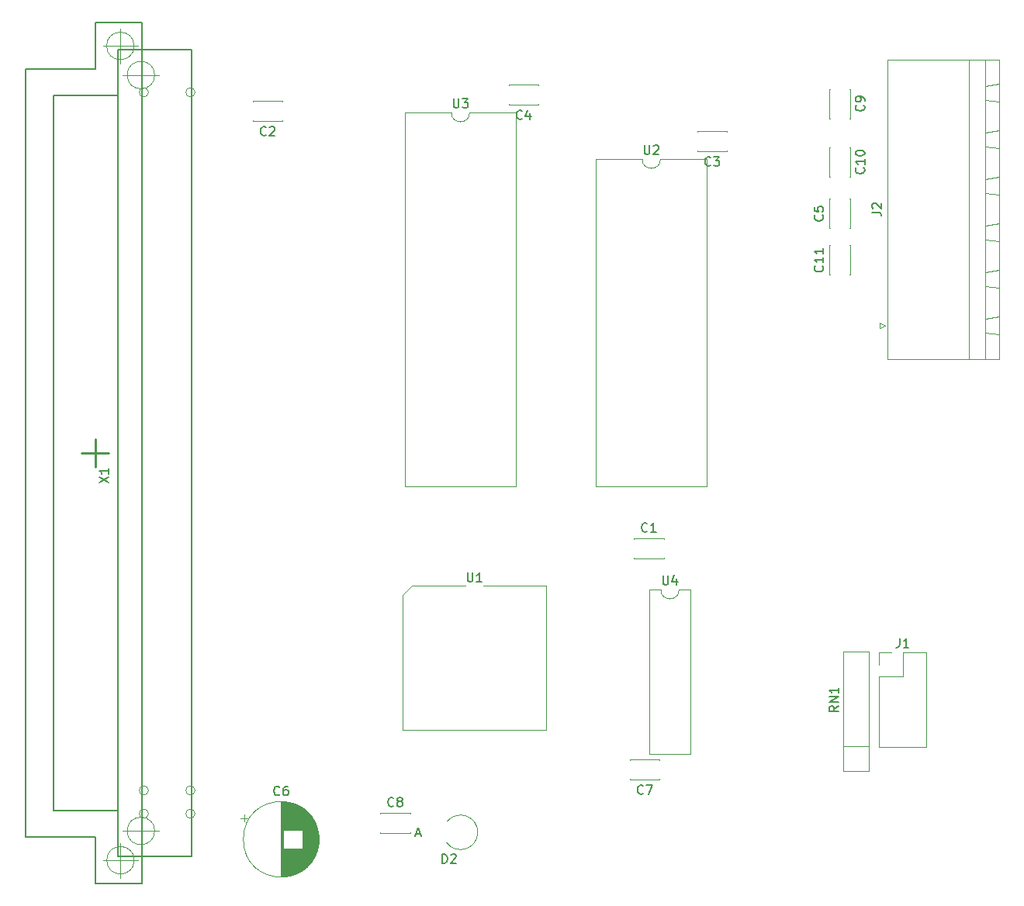
<source format=gbr>
%TF.GenerationSoftware,KiCad,Pcbnew,(5.1.10)-1*%
%TF.CreationDate,2024-12-04T14:35:01+01:00*%
%TF.ProjectId,BasicROM,42617369-6352-44f4-9d2e-6b696361645f,rev?*%
%TF.SameCoordinates,Original*%
%TF.FileFunction,Legend,Top*%
%TF.FilePolarity,Positive*%
%FSLAX46Y46*%
G04 Gerber Fmt 4.6, Leading zero omitted, Abs format (unit mm)*
G04 Created by KiCad (PCBNEW (5.1.10)-1) date 2024-12-04 14:35:01*
%MOMM*%
%LPD*%
G01*
G04 APERTURE LIST*
%ADD10C,0.120000*%
%ADD11C,0.250000*%
%ADD12C,0.100000*%
%ADD13C,0.200000*%
%ADD14C,0.150000*%
G04 APERTURE END LIST*
D10*
%TO.C,U4*%
X139938000Y-113986000D02*
G75*
G02*
X137938000Y-113986000I-1000000J0D01*
G01*
X137938000Y-113986000D02*
X136688000Y-113986000D01*
X136688000Y-113986000D02*
X136688000Y-131886000D01*
X136688000Y-131886000D02*
X141188000Y-131886000D01*
X141188000Y-131886000D02*
X141188000Y-113986000D01*
X141188000Y-113986000D02*
X139938000Y-113986000D01*
%TO.C,C7*%
X137784000Y-134724000D02*
X134544000Y-134724000D01*
X137784000Y-132484000D02*
X134544000Y-132484000D01*
X137784000Y-134724000D02*
X137784000Y-134659000D01*
X137784000Y-132549000D02*
X137784000Y-132484000D01*
X134544000Y-134724000D02*
X134544000Y-134659000D01*
X134544000Y-132549000D02*
X134544000Y-132484000D01*
%TO.C,C5*%
X156360000Y-74538000D02*
X156360000Y-71298000D01*
X158600000Y-74538000D02*
X158600000Y-71298000D01*
X156360000Y-74538000D02*
X156425000Y-74538000D01*
X158535000Y-74538000D02*
X158600000Y-74538000D01*
X156360000Y-71298000D02*
X156425000Y-71298000D01*
X158535000Y-71298000D02*
X158600000Y-71298000D01*
%TO.C,J2*%
X161841000Y-85448000D02*
X161841000Y-84848000D01*
X162441000Y-85148000D02*
X161841000Y-85448000D01*
X161841000Y-84848000D02*
X162441000Y-85148000D01*
X173361000Y-60498000D02*
X174861000Y-60748000D01*
X173361000Y-58998000D02*
X173361000Y-60498000D01*
X174861000Y-58748000D02*
X173361000Y-58998000D01*
X174861000Y-60748000D02*
X174861000Y-58748000D01*
X173361000Y-65578000D02*
X174861000Y-65828000D01*
X173361000Y-64078000D02*
X173361000Y-65578000D01*
X174861000Y-63828000D02*
X173361000Y-64078000D01*
X174861000Y-65828000D02*
X174861000Y-63828000D01*
X173361000Y-70658000D02*
X174861000Y-70908000D01*
X173361000Y-69158000D02*
X173361000Y-70658000D01*
X174861000Y-68908000D02*
X173361000Y-69158000D01*
X174861000Y-70908000D02*
X174861000Y-68908000D01*
X173361000Y-75738000D02*
X174861000Y-75988000D01*
X173361000Y-74238000D02*
X173361000Y-75738000D01*
X174861000Y-73988000D02*
X173361000Y-74238000D01*
X174861000Y-75988000D02*
X174861000Y-73988000D01*
X173361000Y-80818000D02*
X174861000Y-81068000D01*
X173361000Y-79318000D02*
X173361000Y-80818000D01*
X174861000Y-79068000D02*
X173361000Y-79318000D01*
X174861000Y-81068000D02*
X174861000Y-79068000D01*
X173361000Y-85898000D02*
X174861000Y-86148000D01*
X173361000Y-84398000D02*
X173361000Y-85898000D01*
X174861000Y-84148000D02*
X173361000Y-84398000D01*
X174861000Y-86148000D02*
X174861000Y-84148000D01*
X173361000Y-56098000D02*
X173361000Y-88798000D01*
X171561000Y-56098000D02*
X173361000Y-56098000D01*
X171561000Y-88798000D02*
X171561000Y-56098000D01*
X173361000Y-88798000D02*
X171561000Y-88798000D01*
X162641000Y-56098000D02*
X162641000Y-88798000D01*
X174861000Y-56098000D02*
X162641000Y-56098000D01*
X174861000Y-88798000D02*
X174861000Y-56098000D01*
X162641000Y-88798000D02*
X174861000Y-88798000D01*
%TO.C,C11*%
X158535000Y-76378000D02*
X158600000Y-76378000D01*
X156360000Y-76378000D02*
X156425000Y-76378000D01*
X158535000Y-79618000D02*
X158600000Y-79618000D01*
X156360000Y-79618000D02*
X156425000Y-79618000D01*
X158600000Y-79618000D02*
X158600000Y-76378000D01*
X156360000Y-79618000D02*
X156360000Y-76378000D01*
%TO.C,C10*%
X156425000Y-68910000D02*
X156360000Y-68910000D01*
X158600000Y-68910000D02*
X158535000Y-68910000D01*
X156425000Y-65670000D02*
X156360000Y-65670000D01*
X158600000Y-65670000D02*
X158535000Y-65670000D01*
X156360000Y-65670000D02*
X156360000Y-68910000D01*
X158600000Y-65670000D02*
X158600000Y-68910000D01*
%TO.C,C9*%
X156425000Y-62560000D02*
X156360000Y-62560000D01*
X158600000Y-62560000D02*
X158535000Y-62560000D01*
X156425000Y-59320000D02*
X156360000Y-59320000D01*
X158600000Y-59320000D02*
X158535000Y-59320000D01*
X156360000Y-59320000D02*
X156360000Y-62560000D01*
X158600000Y-59320000D02*
X158600000Y-62560000D01*
%TO.C,U1*%
X125452000Y-113562000D02*
X118602000Y-113562000D01*
X125452000Y-129262000D02*
X125452000Y-113562000D01*
X109752000Y-129262000D02*
X125452000Y-129262000D01*
X109752000Y-114562000D02*
X109752000Y-129262000D01*
X110752000Y-113562000D02*
X109752000Y-114562000D01*
X116602000Y-113562000D02*
X110752000Y-113562000D01*
%TO.C,C3*%
X145150000Y-66144000D02*
X141910000Y-66144000D01*
X145150000Y-63904000D02*
X141910000Y-63904000D01*
X145150000Y-66144000D02*
X145150000Y-66079000D01*
X145150000Y-63969000D02*
X145150000Y-63904000D01*
X141910000Y-66144000D02*
X141910000Y-66079000D01*
X141910000Y-63969000D02*
X141910000Y-63904000D01*
%TO.C,U3*%
X115078000Y-61916000D02*
X110018000Y-61916000D01*
X110018000Y-61916000D02*
X110018000Y-102676000D01*
X110018000Y-102676000D02*
X122138000Y-102676000D01*
X122138000Y-102676000D02*
X122138000Y-61916000D01*
X122138000Y-61916000D02*
X117078000Y-61916000D01*
X117078000Y-61916000D02*
G75*
G02*
X115078000Y-61916000I-1000000J0D01*
G01*
%TO.C,U2*%
X135906000Y-66996000D02*
X130846000Y-66996000D01*
X130846000Y-66996000D02*
X130846000Y-102676000D01*
X130846000Y-102676000D02*
X142966000Y-102676000D01*
X142966000Y-102676000D02*
X142966000Y-66996000D01*
X142966000Y-66996000D02*
X137906000Y-66996000D01*
X137906000Y-66996000D02*
G75*
G02*
X135906000Y-66996000I-1000000J0D01*
G01*
%TO.C,RN1*%
X157858000Y-133774000D02*
X160658000Y-133774000D01*
X160658000Y-133774000D02*
X160658000Y-120734000D01*
X160658000Y-120734000D02*
X157858000Y-120734000D01*
X157858000Y-120734000D02*
X157858000Y-133774000D01*
X157858000Y-131064000D02*
X160658000Y-131064000D01*
%TO.C,J1*%
X161738000Y-131124000D02*
X166938000Y-131124000D01*
X161738000Y-123444000D02*
X161738000Y-131124000D01*
X166938000Y-120844000D02*
X166938000Y-131124000D01*
X161738000Y-123444000D02*
X164338000Y-123444000D01*
X164338000Y-123444000D02*
X164338000Y-120844000D01*
X164338000Y-120844000D02*
X166938000Y-120844000D01*
X161738000Y-122174000D02*
X161738000Y-120844000D01*
X161738000Y-120844000D02*
X163068000Y-120844000D01*
%TO.C,D2*%
X114621629Y-139267268D02*
G75*
G02*
X114563404Y-141582000I1456371J-1194732D01*
G01*
%TO.C,C8*%
X107326000Y-138326000D02*
X110566000Y-138326000D01*
X107326000Y-140566000D02*
X110566000Y-140566000D01*
X107326000Y-138326000D02*
X107326000Y-138391000D01*
X107326000Y-140501000D02*
X107326000Y-140566000D01*
X110566000Y-138326000D02*
X110566000Y-138391000D01*
X110566000Y-140501000D02*
X110566000Y-140566000D01*
%TO.C,C6*%
X100620000Y-141224000D02*
G75*
G03*
X100620000Y-141224000I-4120000J0D01*
G01*
X96500000Y-137144000D02*
X96500000Y-145304000D01*
X96540000Y-137144000D02*
X96540000Y-145304000D01*
X96580000Y-137144000D02*
X96580000Y-145304000D01*
X96620000Y-137145000D02*
X96620000Y-145303000D01*
X96660000Y-137147000D02*
X96660000Y-145301000D01*
X96700000Y-137148000D02*
X96700000Y-145300000D01*
X96740000Y-137150000D02*
X96740000Y-140184000D01*
X96740000Y-142264000D02*
X96740000Y-145298000D01*
X96780000Y-137153000D02*
X96780000Y-140184000D01*
X96780000Y-142264000D02*
X96780000Y-145295000D01*
X96820000Y-137156000D02*
X96820000Y-140184000D01*
X96820000Y-142264000D02*
X96820000Y-145292000D01*
X96860000Y-137159000D02*
X96860000Y-140184000D01*
X96860000Y-142264000D02*
X96860000Y-145289000D01*
X96900000Y-137163000D02*
X96900000Y-140184000D01*
X96900000Y-142264000D02*
X96900000Y-145285000D01*
X96940000Y-137167000D02*
X96940000Y-140184000D01*
X96940000Y-142264000D02*
X96940000Y-145281000D01*
X96980000Y-137172000D02*
X96980000Y-140184000D01*
X96980000Y-142264000D02*
X96980000Y-145276000D01*
X97020000Y-137176000D02*
X97020000Y-140184000D01*
X97020000Y-142264000D02*
X97020000Y-145272000D01*
X97060000Y-137182000D02*
X97060000Y-140184000D01*
X97060000Y-142264000D02*
X97060000Y-145266000D01*
X97100000Y-137187000D02*
X97100000Y-140184000D01*
X97100000Y-142264000D02*
X97100000Y-145261000D01*
X97140000Y-137194000D02*
X97140000Y-140184000D01*
X97140000Y-142264000D02*
X97140000Y-145254000D01*
X97180000Y-137200000D02*
X97180000Y-140184000D01*
X97180000Y-142264000D02*
X97180000Y-145248000D01*
X97221000Y-137207000D02*
X97221000Y-140184000D01*
X97221000Y-142264000D02*
X97221000Y-145241000D01*
X97261000Y-137214000D02*
X97261000Y-140184000D01*
X97261000Y-142264000D02*
X97261000Y-145234000D01*
X97301000Y-137222000D02*
X97301000Y-140184000D01*
X97301000Y-142264000D02*
X97301000Y-145226000D01*
X97341000Y-137230000D02*
X97341000Y-140184000D01*
X97341000Y-142264000D02*
X97341000Y-145218000D01*
X97381000Y-137239000D02*
X97381000Y-140184000D01*
X97381000Y-142264000D02*
X97381000Y-145209000D01*
X97421000Y-137248000D02*
X97421000Y-140184000D01*
X97421000Y-142264000D02*
X97421000Y-145200000D01*
X97461000Y-137257000D02*
X97461000Y-140184000D01*
X97461000Y-142264000D02*
X97461000Y-145191000D01*
X97501000Y-137267000D02*
X97501000Y-140184000D01*
X97501000Y-142264000D02*
X97501000Y-145181000D01*
X97541000Y-137277000D02*
X97541000Y-140184000D01*
X97541000Y-142264000D02*
X97541000Y-145171000D01*
X97581000Y-137288000D02*
X97581000Y-140184000D01*
X97581000Y-142264000D02*
X97581000Y-145160000D01*
X97621000Y-137299000D02*
X97621000Y-140184000D01*
X97621000Y-142264000D02*
X97621000Y-145149000D01*
X97661000Y-137310000D02*
X97661000Y-140184000D01*
X97661000Y-142264000D02*
X97661000Y-145138000D01*
X97701000Y-137322000D02*
X97701000Y-140184000D01*
X97701000Y-142264000D02*
X97701000Y-145126000D01*
X97741000Y-137335000D02*
X97741000Y-140184000D01*
X97741000Y-142264000D02*
X97741000Y-145113000D01*
X97781000Y-137347000D02*
X97781000Y-140184000D01*
X97781000Y-142264000D02*
X97781000Y-145101000D01*
X97821000Y-137361000D02*
X97821000Y-140184000D01*
X97821000Y-142264000D02*
X97821000Y-145087000D01*
X97861000Y-137374000D02*
X97861000Y-140184000D01*
X97861000Y-142264000D02*
X97861000Y-145074000D01*
X97901000Y-137389000D02*
X97901000Y-140184000D01*
X97901000Y-142264000D02*
X97901000Y-145059000D01*
X97941000Y-137403000D02*
X97941000Y-140184000D01*
X97941000Y-142264000D02*
X97941000Y-145045000D01*
X97981000Y-137419000D02*
X97981000Y-140184000D01*
X97981000Y-142264000D02*
X97981000Y-145029000D01*
X98021000Y-137434000D02*
X98021000Y-140184000D01*
X98021000Y-142264000D02*
X98021000Y-145014000D01*
X98061000Y-137450000D02*
X98061000Y-140184000D01*
X98061000Y-142264000D02*
X98061000Y-144998000D01*
X98101000Y-137467000D02*
X98101000Y-140184000D01*
X98101000Y-142264000D02*
X98101000Y-144981000D01*
X98141000Y-137484000D02*
X98141000Y-140184000D01*
X98141000Y-142264000D02*
X98141000Y-144964000D01*
X98181000Y-137502000D02*
X98181000Y-140184000D01*
X98181000Y-142264000D02*
X98181000Y-144946000D01*
X98221000Y-137520000D02*
X98221000Y-140184000D01*
X98221000Y-142264000D02*
X98221000Y-144928000D01*
X98261000Y-137538000D02*
X98261000Y-140184000D01*
X98261000Y-142264000D02*
X98261000Y-144910000D01*
X98301000Y-137558000D02*
X98301000Y-140184000D01*
X98301000Y-142264000D02*
X98301000Y-144890000D01*
X98341000Y-137577000D02*
X98341000Y-140184000D01*
X98341000Y-142264000D02*
X98341000Y-144871000D01*
X98381000Y-137597000D02*
X98381000Y-140184000D01*
X98381000Y-142264000D02*
X98381000Y-144851000D01*
X98421000Y-137618000D02*
X98421000Y-140184000D01*
X98421000Y-142264000D02*
X98421000Y-144830000D01*
X98461000Y-137640000D02*
X98461000Y-140184000D01*
X98461000Y-142264000D02*
X98461000Y-144808000D01*
X98501000Y-137662000D02*
X98501000Y-140184000D01*
X98501000Y-142264000D02*
X98501000Y-144786000D01*
X98541000Y-137684000D02*
X98541000Y-140184000D01*
X98541000Y-142264000D02*
X98541000Y-144764000D01*
X98581000Y-137707000D02*
X98581000Y-140184000D01*
X98581000Y-142264000D02*
X98581000Y-144741000D01*
X98621000Y-137731000D02*
X98621000Y-140184000D01*
X98621000Y-142264000D02*
X98621000Y-144717000D01*
X98661000Y-137755000D02*
X98661000Y-140184000D01*
X98661000Y-142264000D02*
X98661000Y-144693000D01*
X98701000Y-137780000D02*
X98701000Y-140184000D01*
X98701000Y-142264000D02*
X98701000Y-144668000D01*
X98741000Y-137806000D02*
X98741000Y-140184000D01*
X98741000Y-142264000D02*
X98741000Y-144642000D01*
X98781000Y-137832000D02*
X98781000Y-140184000D01*
X98781000Y-142264000D02*
X98781000Y-144616000D01*
X98821000Y-137859000D02*
X98821000Y-144589000D01*
X98861000Y-137886000D02*
X98861000Y-144562000D01*
X98901000Y-137915000D02*
X98901000Y-144533000D01*
X98941000Y-137944000D02*
X98941000Y-144504000D01*
X98981000Y-137974000D02*
X98981000Y-144474000D01*
X99021000Y-138004000D02*
X99021000Y-144444000D01*
X99061000Y-138035000D02*
X99061000Y-144413000D01*
X99101000Y-138068000D02*
X99101000Y-144380000D01*
X99141000Y-138100000D02*
X99141000Y-144348000D01*
X99181000Y-138134000D02*
X99181000Y-144314000D01*
X99221000Y-138169000D02*
X99221000Y-144279000D01*
X99261000Y-138205000D02*
X99261000Y-144243000D01*
X99301000Y-138241000D02*
X99301000Y-144207000D01*
X99341000Y-138279000D02*
X99341000Y-144169000D01*
X99381000Y-138317000D02*
X99381000Y-144131000D01*
X99421000Y-138357000D02*
X99421000Y-144091000D01*
X99461000Y-138398000D02*
X99461000Y-144050000D01*
X99501000Y-138440000D02*
X99501000Y-144008000D01*
X99541000Y-138483000D02*
X99541000Y-143965000D01*
X99581000Y-138527000D02*
X99581000Y-143921000D01*
X99621000Y-138573000D02*
X99621000Y-143875000D01*
X99661000Y-138620000D02*
X99661000Y-143828000D01*
X99701000Y-138668000D02*
X99701000Y-143780000D01*
X99741000Y-138719000D02*
X99741000Y-143729000D01*
X99781000Y-138770000D02*
X99781000Y-143678000D01*
X99821000Y-138824000D02*
X99821000Y-143624000D01*
X99861000Y-138879000D02*
X99861000Y-143569000D01*
X99901000Y-138937000D02*
X99901000Y-143511000D01*
X99941000Y-138996000D02*
X99941000Y-143452000D01*
X99981000Y-139058000D02*
X99981000Y-143390000D01*
X100021000Y-139122000D02*
X100021000Y-143326000D01*
X100061000Y-139190000D02*
X100061000Y-143258000D01*
X100101000Y-139260000D02*
X100101000Y-143188000D01*
X100141000Y-139334000D02*
X100141000Y-143114000D01*
X100181000Y-139411000D02*
X100181000Y-143037000D01*
X100221000Y-139493000D02*
X100221000Y-142955000D01*
X100261000Y-139579000D02*
X100261000Y-142869000D01*
X100301000Y-139672000D02*
X100301000Y-142776000D01*
X100341000Y-139771000D02*
X100341000Y-142677000D01*
X100381000Y-139878000D02*
X100381000Y-142570000D01*
X100421000Y-139995000D02*
X100421000Y-142453000D01*
X100461000Y-140126000D02*
X100461000Y-142322000D01*
X100501000Y-140276000D02*
X100501000Y-142172000D01*
X100541000Y-140456000D02*
X100541000Y-141992000D01*
X100581000Y-140691000D02*
X100581000Y-141757000D01*
X92090302Y-138909000D02*
X92890302Y-138909000D01*
X92490302Y-138509000D02*
X92490302Y-139309000D01*
%TO.C,C4*%
X124576000Y-61064000D02*
X121336000Y-61064000D01*
X124576000Y-58824000D02*
X121336000Y-58824000D01*
X124576000Y-61064000D02*
X124576000Y-60999000D01*
X124576000Y-58889000D02*
X124576000Y-58824000D01*
X121336000Y-61064000D02*
X121336000Y-60999000D01*
X121336000Y-58889000D02*
X121336000Y-58824000D01*
%TO.C,C2*%
X96636000Y-62842000D02*
X93396000Y-62842000D01*
X96636000Y-60602000D02*
X93396000Y-60602000D01*
X96636000Y-62842000D02*
X96636000Y-62777000D01*
X96636000Y-60667000D02*
X96636000Y-60602000D01*
X93396000Y-62842000D02*
X93396000Y-62777000D01*
X93396000Y-60667000D02*
X93396000Y-60602000D01*
%TO.C,C1*%
X135012000Y-108354000D02*
X138252000Y-108354000D01*
X135012000Y-110594000D02*
X138252000Y-110594000D01*
X135012000Y-108354000D02*
X135012000Y-108419000D01*
X135012000Y-110529000D02*
X135012000Y-110594000D01*
X138252000Y-108354000D02*
X138252000Y-108419000D01*
X138252000Y-110529000D02*
X138252000Y-110594000D01*
D11*
%TO.C,X1*%
X76200000Y-97560000D02*
X76200000Y-100560000D01*
X77700000Y-99060000D02*
X74700000Y-99060000D01*
D12*
X81200000Y-138310000D02*
X81200000Y-142310000D01*
X83200000Y-140310000D02*
X79200000Y-140310000D01*
X82700000Y-140310000D02*
G75*
G03*
X82700000Y-140310000I-1500000J0D01*
G01*
X81200000Y-55810000D02*
X81200000Y-59810000D01*
X83200000Y-57810000D02*
X79200000Y-57810000D01*
X82700000Y-57810000D02*
G75*
G03*
X82700000Y-57810000I-1500000J0D01*
G01*
D13*
X71700000Y-60060000D02*
X78700000Y-60060000D01*
X71700000Y-138060000D02*
X71700000Y-60060000D01*
X78700000Y-138060000D02*
X71700000Y-138060000D01*
X86700000Y-143060000D02*
X78700000Y-143060000D01*
X86700000Y-55060000D02*
X86700000Y-143060000D01*
X78700000Y-55060000D02*
X86700000Y-55060000D01*
X78700000Y-55060000D02*
X78700000Y-143060000D01*
D12*
X87088600Y-138430000D02*
G75*
G03*
X87088600Y-138430000I-500000J0D01*
G01*
X87088600Y-135890000D02*
G75*
G03*
X87088600Y-135890000I-500000J0D01*
G01*
X87088600Y-59690000D02*
G75*
G03*
X87088600Y-59690000I-500000J0D01*
G01*
X82008600Y-138430000D02*
G75*
G03*
X82008600Y-138430000I-500000J0D01*
G01*
X82008600Y-135890000D02*
G75*
G03*
X82008600Y-135890000I-500000J0D01*
G01*
X82008600Y-59690000D02*
G75*
G03*
X82008600Y-59690000I-500000J0D01*
G01*
X80468600Y-143510000D02*
G75*
G03*
X80468600Y-143510000I-1500000J0D01*
G01*
X80873600Y-143510000D02*
X77063600Y-143510000D01*
X78968600Y-141605000D02*
X78968600Y-145415000D01*
X80860900Y-54622700D02*
X77050900Y-54622700D01*
X78955900Y-52717700D02*
X78955900Y-56527700D01*
X80455900Y-54622700D02*
G75*
G03*
X80455900Y-54622700I-1500000J0D01*
G01*
D13*
X81280000Y-52070000D02*
X76200000Y-52070000D01*
X76200000Y-57150000D02*
X68580000Y-57150000D01*
X76200000Y-52070000D02*
X76200000Y-57150000D01*
X76200000Y-146050000D02*
X81280000Y-146050000D01*
X76200000Y-140970000D02*
X76200000Y-146050000D01*
X68580000Y-140970000D02*
X76200000Y-140970000D01*
X68580000Y-57150000D02*
X68580000Y-140970000D01*
X81280000Y-146050000D02*
X81280000Y-52070000D01*
%TO.C,U4*%
D14*
X138176095Y-112438380D02*
X138176095Y-113247904D01*
X138223714Y-113343142D01*
X138271333Y-113390761D01*
X138366571Y-113438380D01*
X138557047Y-113438380D01*
X138652285Y-113390761D01*
X138699904Y-113343142D01*
X138747523Y-113247904D01*
X138747523Y-112438380D01*
X139652285Y-112771714D02*
X139652285Y-113438380D01*
X139414190Y-112390761D02*
X139176095Y-113105047D01*
X139795142Y-113105047D01*
%TO.C,C7*%
X135997333Y-136211142D02*
X135949714Y-136258761D01*
X135806857Y-136306380D01*
X135711619Y-136306380D01*
X135568761Y-136258761D01*
X135473523Y-136163523D01*
X135425904Y-136068285D01*
X135378285Y-135877809D01*
X135378285Y-135734952D01*
X135425904Y-135544476D01*
X135473523Y-135449238D01*
X135568761Y-135354000D01*
X135711619Y-135306380D01*
X135806857Y-135306380D01*
X135949714Y-135354000D01*
X135997333Y-135401619D01*
X136330666Y-135306380D02*
X136997333Y-135306380D01*
X136568761Y-136306380D01*
%TO.C,C5*%
X155587142Y-73084666D02*
X155634761Y-73132285D01*
X155682380Y-73275142D01*
X155682380Y-73370380D01*
X155634761Y-73513238D01*
X155539523Y-73608476D01*
X155444285Y-73656095D01*
X155253809Y-73703714D01*
X155110952Y-73703714D01*
X154920476Y-73656095D01*
X154825238Y-73608476D01*
X154730000Y-73513238D01*
X154682380Y-73370380D01*
X154682380Y-73275142D01*
X154730000Y-73132285D01*
X154777619Y-73084666D01*
X154682380Y-72179904D02*
X154682380Y-72656095D01*
X155158571Y-72703714D01*
X155110952Y-72656095D01*
X155063333Y-72560857D01*
X155063333Y-72322761D01*
X155110952Y-72227523D01*
X155158571Y-72179904D01*
X155253809Y-72132285D01*
X155491904Y-72132285D01*
X155587142Y-72179904D01*
X155634761Y-72227523D01*
X155682380Y-72322761D01*
X155682380Y-72560857D01*
X155634761Y-72656095D01*
X155587142Y-72703714D01*
%TO.C,J2*%
X161003380Y-72781333D02*
X161717666Y-72781333D01*
X161860523Y-72828952D01*
X161955761Y-72924190D01*
X162003380Y-73067047D01*
X162003380Y-73162285D01*
X161098619Y-72352761D02*
X161051000Y-72305142D01*
X161003380Y-72209904D01*
X161003380Y-71971809D01*
X161051000Y-71876571D01*
X161098619Y-71828952D01*
X161193857Y-71781333D01*
X161289095Y-71781333D01*
X161431952Y-71828952D01*
X162003380Y-72400380D01*
X162003380Y-71781333D01*
%TO.C,C11*%
X155587142Y-78640857D02*
X155634761Y-78688476D01*
X155682380Y-78831333D01*
X155682380Y-78926571D01*
X155634761Y-79069428D01*
X155539523Y-79164666D01*
X155444285Y-79212285D01*
X155253809Y-79259904D01*
X155110952Y-79259904D01*
X154920476Y-79212285D01*
X154825238Y-79164666D01*
X154730000Y-79069428D01*
X154682380Y-78926571D01*
X154682380Y-78831333D01*
X154730000Y-78688476D01*
X154777619Y-78640857D01*
X155682380Y-77688476D02*
X155682380Y-78259904D01*
X155682380Y-77974190D02*
X154682380Y-77974190D01*
X154825238Y-78069428D01*
X154920476Y-78164666D01*
X154968095Y-78259904D01*
X155682380Y-76736095D02*
X155682380Y-77307523D01*
X155682380Y-77021809D02*
X154682380Y-77021809D01*
X154825238Y-77117047D01*
X154920476Y-77212285D01*
X154968095Y-77307523D01*
%TO.C,C10*%
X160087142Y-67932857D02*
X160134761Y-67980476D01*
X160182380Y-68123333D01*
X160182380Y-68218571D01*
X160134761Y-68361428D01*
X160039523Y-68456666D01*
X159944285Y-68504285D01*
X159753809Y-68551904D01*
X159610952Y-68551904D01*
X159420476Y-68504285D01*
X159325238Y-68456666D01*
X159230000Y-68361428D01*
X159182380Y-68218571D01*
X159182380Y-68123333D01*
X159230000Y-67980476D01*
X159277619Y-67932857D01*
X160182380Y-66980476D02*
X160182380Y-67551904D01*
X160182380Y-67266190D02*
X159182380Y-67266190D01*
X159325238Y-67361428D01*
X159420476Y-67456666D01*
X159468095Y-67551904D01*
X159182380Y-66361428D02*
X159182380Y-66266190D01*
X159230000Y-66170952D01*
X159277619Y-66123333D01*
X159372857Y-66075714D01*
X159563333Y-66028095D01*
X159801428Y-66028095D01*
X159991904Y-66075714D01*
X160087142Y-66123333D01*
X160134761Y-66170952D01*
X160182380Y-66266190D01*
X160182380Y-66361428D01*
X160134761Y-66456666D01*
X160087142Y-66504285D01*
X159991904Y-66551904D01*
X159801428Y-66599523D01*
X159563333Y-66599523D01*
X159372857Y-66551904D01*
X159277619Y-66504285D01*
X159230000Y-66456666D01*
X159182380Y-66361428D01*
%TO.C,C9*%
X160087142Y-61106666D02*
X160134761Y-61154285D01*
X160182380Y-61297142D01*
X160182380Y-61392380D01*
X160134761Y-61535238D01*
X160039523Y-61630476D01*
X159944285Y-61678095D01*
X159753809Y-61725714D01*
X159610952Y-61725714D01*
X159420476Y-61678095D01*
X159325238Y-61630476D01*
X159230000Y-61535238D01*
X159182380Y-61392380D01*
X159182380Y-61297142D01*
X159230000Y-61154285D01*
X159277619Y-61106666D01*
X160182380Y-60630476D02*
X160182380Y-60440000D01*
X160134761Y-60344761D01*
X160087142Y-60297142D01*
X159944285Y-60201904D01*
X159753809Y-60154285D01*
X159372857Y-60154285D01*
X159277619Y-60201904D01*
X159230000Y-60249523D01*
X159182380Y-60344761D01*
X159182380Y-60535238D01*
X159230000Y-60630476D01*
X159277619Y-60678095D01*
X159372857Y-60725714D01*
X159610952Y-60725714D01*
X159706190Y-60678095D01*
X159753809Y-60630476D01*
X159801428Y-60535238D01*
X159801428Y-60344761D01*
X159753809Y-60249523D01*
X159706190Y-60201904D01*
X159610952Y-60154285D01*
%TO.C,U1*%
X116840095Y-112114380D02*
X116840095Y-112923904D01*
X116887714Y-113019142D01*
X116935333Y-113066761D01*
X117030571Y-113114380D01*
X117221047Y-113114380D01*
X117316285Y-113066761D01*
X117363904Y-113019142D01*
X117411523Y-112923904D01*
X117411523Y-112114380D01*
X118411523Y-113114380D02*
X117840095Y-113114380D01*
X118125809Y-113114380D02*
X118125809Y-112114380D01*
X118030571Y-112257238D01*
X117935333Y-112352476D01*
X117840095Y-112400095D01*
%TO.C,C3*%
X143363333Y-67631142D02*
X143315714Y-67678761D01*
X143172857Y-67726380D01*
X143077619Y-67726380D01*
X142934761Y-67678761D01*
X142839523Y-67583523D01*
X142791904Y-67488285D01*
X142744285Y-67297809D01*
X142744285Y-67154952D01*
X142791904Y-66964476D01*
X142839523Y-66869238D01*
X142934761Y-66774000D01*
X143077619Y-66726380D01*
X143172857Y-66726380D01*
X143315714Y-66774000D01*
X143363333Y-66821619D01*
X143696666Y-66726380D02*
X144315714Y-66726380D01*
X143982380Y-67107333D01*
X144125238Y-67107333D01*
X144220476Y-67154952D01*
X144268095Y-67202571D01*
X144315714Y-67297809D01*
X144315714Y-67535904D01*
X144268095Y-67631142D01*
X144220476Y-67678761D01*
X144125238Y-67726380D01*
X143839523Y-67726380D01*
X143744285Y-67678761D01*
X143696666Y-67631142D01*
%TO.C,U3*%
X115316095Y-60368380D02*
X115316095Y-61177904D01*
X115363714Y-61273142D01*
X115411333Y-61320761D01*
X115506571Y-61368380D01*
X115697047Y-61368380D01*
X115792285Y-61320761D01*
X115839904Y-61273142D01*
X115887523Y-61177904D01*
X115887523Y-60368380D01*
X116268476Y-60368380D02*
X116887523Y-60368380D01*
X116554190Y-60749333D01*
X116697047Y-60749333D01*
X116792285Y-60796952D01*
X116839904Y-60844571D01*
X116887523Y-60939809D01*
X116887523Y-61177904D01*
X116839904Y-61273142D01*
X116792285Y-61320761D01*
X116697047Y-61368380D01*
X116411333Y-61368380D01*
X116316095Y-61320761D01*
X116268476Y-61273142D01*
%TO.C,U2*%
X136144095Y-65448380D02*
X136144095Y-66257904D01*
X136191714Y-66353142D01*
X136239333Y-66400761D01*
X136334571Y-66448380D01*
X136525047Y-66448380D01*
X136620285Y-66400761D01*
X136667904Y-66353142D01*
X136715523Y-66257904D01*
X136715523Y-65448380D01*
X137144095Y-65543619D02*
X137191714Y-65496000D01*
X137286952Y-65448380D01*
X137525047Y-65448380D01*
X137620285Y-65496000D01*
X137667904Y-65543619D01*
X137715523Y-65638857D01*
X137715523Y-65734095D01*
X137667904Y-65876952D01*
X137096476Y-66448380D01*
X137715523Y-66448380D01*
%TO.C,RN1*%
X157310380Y-126674476D02*
X156834190Y-127007809D01*
X157310380Y-127245904D02*
X156310380Y-127245904D01*
X156310380Y-126864952D01*
X156358000Y-126769714D01*
X156405619Y-126722095D01*
X156500857Y-126674476D01*
X156643714Y-126674476D01*
X156738952Y-126722095D01*
X156786571Y-126769714D01*
X156834190Y-126864952D01*
X156834190Y-127245904D01*
X157310380Y-126245904D02*
X156310380Y-126245904D01*
X157310380Y-125674476D01*
X156310380Y-125674476D01*
X157310380Y-124674476D02*
X157310380Y-125245904D01*
X157310380Y-124960190D02*
X156310380Y-124960190D01*
X156453238Y-125055428D01*
X156548476Y-125150666D01*
X156596095Y-125245904D01*
%TO.C,J1*%
X164004666Y-119296380D02*
X164004666Y-120010666D01*
X163957047Y-120153523D01*
X163861809Y-120248761D01*
X163718952Y-120296380D01*
X163623714Y-120296380D01*
X165004666Y-120296380D02*
X164433238Y-120296380D01*
X164718952Y-120296380D02*
X164718952Y-119296380D01*
X164623714Y-119439238D01*
X164528476Y-119534476D01*
X164433238Y-119582095D01*
%TO.C,D2*%
X114069904Y-143834380D02*
X114069904Y-142834380D01*
X114308000Y-142834380D01*
X114450857Y-142882000D01*
X114546095Y-142977238D01*
X114593714Y-143072476D01*
X114641333Y-143262952D01*
X114641333Y-143405809D01*
X114593714Y-143596285D01*
X114546095Y-143691523D01*
X114450857Y-143786761D01*
X114308000Y-143834380D01*
X114069904Y-143834380D01*
X115022285Y-142929619D02*
X115069904Y-142882000D01*
X115165142Y-142834380D01*
X115403238Y-142834380D01*
X115498476Y-142882000D01*
X115546095Y-142929619D01*
X115593714Y-143024857D01*
X115593714Y-143120095D01*
X115546095Y-143262952D01*
X114974666Y-143834380D01*
X115593714Y-143834380D01*
X111179904Y-140628666D02*
X111656095Y-140628666D01*
X111084666Y-140914380D02*
X111418000Y-139914380D01*
X111751333Y-140914380D01*
%TO.C,C8*%
X108779333Y-137553142D02*
X108731714Y-137600761D01*
X108588857Y-137648380D01*
X108493619Y-137648380D01*
X108350761Y-137600761D01*
X108255523Y-137505523D01*
X108207904Y-137410285D01*
X108160285Y-137219809D01*
X108160285Y-137076952D01*
X108207904Y-136886476D01*
X108255523Y-136791238D01*
X108350761Y-136696000D01*
X108493619Y-136648380D01*
X108588857Y-136648380D01*
X108731714Y-136696000D01*
X108779333Y-136743619D01*
X109350761Y-137076952D02*
X109255523Y-137029333D01*
X109207904Y-136981714D01*
X109160285Y-136886476D01*
X109160285Y-136838857D01*
X109207904Y-136743619D01*
X109255523Y-136696000D01*
X109350761Y-136648380D01*
X109541238Y-136648380D01*
X109636476Y-136696000D01*
X109684095Y-136743619D01*
X109731714Y-136838857D01*
X109731714Y-136886476D01*
X109684095Y-136981714D01*
X109636476Y-137029333D01*
X109541238Y-137076952D01*
X109350761Y-137076952D01*
X109255523Y-137124571D01*
X109207904Y-137172190D01*
X109160285Y-137267428D01*
X109160285Y-137457904D01*
X109207904Y-137553142D01*
X109255523Y-137600761D01*
X109350761Y-137648380D01*
X109541238Y-137648380D01*
X109636476Y-137600761D01*
X109684095Y-137553142D01*
X109731714Y-137457904D01*
X109731714Y-137267428D01*
X109684095Y-137172190D01*
X109636476Y-137124571D01*
X109541238Y-137076952D01*
%TO.C,C6*%
X96333333Y-136331142D02*
X96285714Y-136378761D01*
X96142857Y-136426380D01*
X96047619Y-136426380D01*
X95904761Y-136378761D01*
X95809523Y-136283523D01*
X95761904Y-136188285D01*
X95714285Y-135997809D01*
X95714285Y-135854952D01*
X95761904Y-135664476D01*
X95809523Y-135569238D01*
X95904761Y-135474000D01*
X96047619Y-135426380D01*
X96142857Y-135426380D01*
X96285714Y-135474000D01*
X96333333Y-135521619D01*
X97190476Y-135426380D02*
X97000000Y-135426380D01*
X96904761Y-135474000D01*
X96857142Y-135521619D01*
X96761904Y-135664476D01*
X96714285Y-135854952D01*
X96714285Y-136235904D01*
X96761904Y-136331142D01*
X96809523Y-136378761D01*
X96904761Y-136426380D01*
X97095238Y-136426380D01*
X97190476Y-136378761D01*
X97238095Y-136331142D01*
X97285714Y-136235904D01*
X97285714Y-135997809D01*
X97238095Y-135902571D01*
X97190476Y-135854952D01*
X97095238Y-135807333D01*
X96904761Y-135807333D01*
X96809523Y-135854952D01*
X96761904Y-135902571D01*
X96714285Y-135997809D01*
%TO.C,C4*%
X122789333Y-62551142D02*
X122741714Y-62598761D01*
X122598857Y-62646380D01*
X122503619Y-62646380D01*
X122360761Y-62598761D01*
X122265523Y-62503523D01*
X122217904Y-62408285D01*
X122170285Y-62217809D01*
X122170285Y-62074952D01*
X122217904Y-61884476D01*
X122265523Y-61789238D01*
X122360761Y-61694000D01*
X122503619Y-61646380D01*
X122598857Y-61646380D01*
X122741714Y-61694000D01*
X122789333Y-61741619D01*
X123646476Y-61979714D02*
X123646476Y-62646380D01*
X123408380Y-61598761D02*
X123170285Y-62313047D01*
X123789333Y-62313047D01*
%TO.C,C2*%
X94849333Y-64329142D02*
X94801714Y-64376761D01*
X94658857Y-64424380D01*
X94563619Y-64424380D01*
X94420761Y-64376761D01*
X94325523Y-64281523D01*
X94277904Y-64186285D01*
X94230285Y-63995809D01*
X94230285Y-63852952D01*
X94277904Y-63662476D01*
X94325523Y-63567238D01*
X94420761Y-63472000D01*
X94563619Y-63424380D01*
X94658857Y-63424380D01*
X94801714Y-63472000D01*
X94849333Y-63519619D01*
X95230285Y-63519619D02*
X95277904Y-63472000D01*
X95373142Y-63424380D01*
X95611238Y-63424380D01*
X95706476Y-63472000D01*
X95754095Y-63519619D01*
X95801714Y-63614857D01*
X95801714Y-63710095D01*
X95754095Y-63852952D01*
X95182666Y-64424380D01*
X95801714Y-64424380D01*
%TO.C,C1*%
X136465333Y-107581142D02*
X136417714Y-107628761D01*
X136274857Y-107676380D01*
X136179619Y-107676380D01*
X136036761Y-107628761D01*
X135941523Y-107533523D01*
X135893904Y-107438285D01*
X135846285Y-107247809D01*
X135846285Y-107104952D01*
X135893904Y-106914476D01*
X135941523Y-106819238D01*
X136036761Y-106724000D01*
X136179619Y-106676380D01*
X136274857Y-106676380D01*
X136417714Y-106724000D01*
X136465333Y-106771619D01*
X137417714Y-107676380D02*
X136846285Y-107676380D01*
X137132000Y-107676380D02*
X137132000Y-106676380D01*
X137036761Y-106819238D01*
X136941523Y-106914476D01*
X136846285Y-106962095D01*
%TO.C,X1*%
X76652380Y-102319404D02*
X77652380Y-101652738D01*
X76652380Y-101652738D02*
X77652380Y-102319404D01*
X77652380Y-100747976D02*
X77652380Y-101319404D01*
X77652380Y-101033690D02*
X76652380Y-101033690D01*
X76795238Y-101128928D01*
X76890476Y-101224166D01*
X76938095Y-101319404D01*
%TD*%
M02*

</source>
